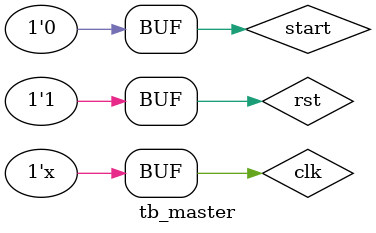
<source format=v>
`timescale 1ns /100ps

module tb_master;

parameter clk_cycle = 2;
reg clk, rst;
always #(clk_cycle/2) clk = ~clk;

reg start;

master dut(
  .clk(clk), .rst(rst), .start(start)
  );

initial
begin
  clk = 0;
  rst = 0;
  start = 0;
  #4
  rst = 1;
  #40
  start = 1;
  #4
  start = 0;
end
endmodule

</source>
